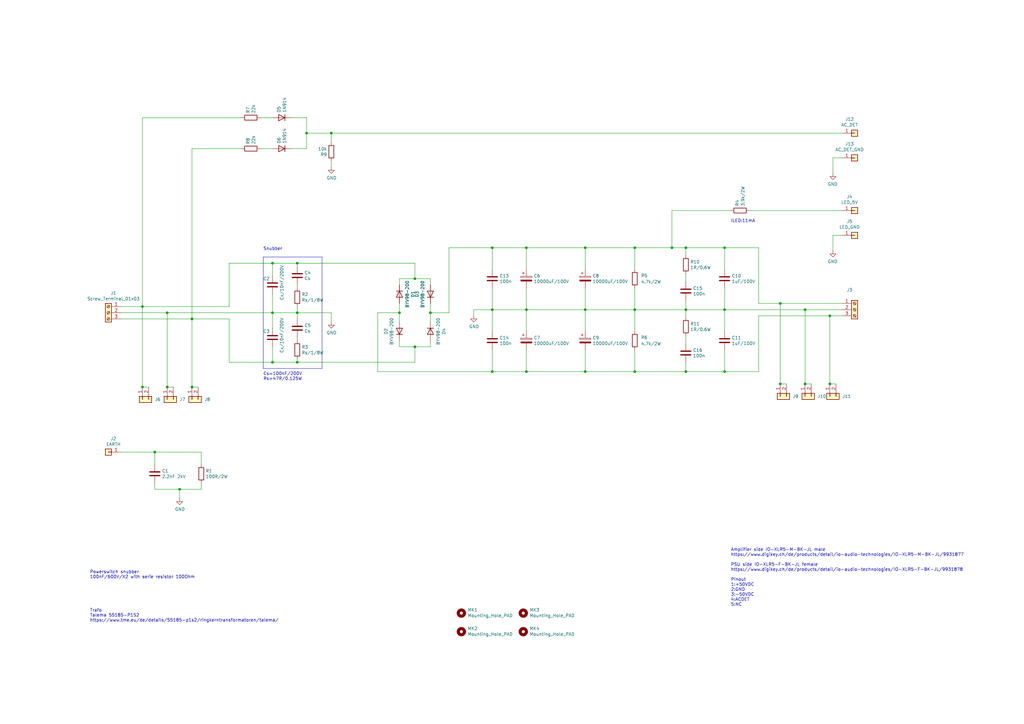
<source format=kicad_sch>
(kicad_sch (version 20230121) (generator eeschema)
  (paper "A3")
  (title_block (title "PSU for MOSFET Amp 80W") (date "2023-04-10") (rev "V6"))
  (lib_symbols
    (symbol "Connector:Screw_Terminal_01x03" (pin_names (offset 1.016) hide)
      (property "Reference" "J" (at 0 5.08 0))
      (property "Value" "Screw_Terminal_01x03" (at 0 -5.08 0))
      (symbol "Screw_Terminal_01x03_1_1"
        (rectangle (start -1.27 3.81) (end 1.27 -3.81) (stroke (width 0.254)) (fill (type background)))
        (circle (center 0 -2.54) (radius 0.635) (stroke (width 0.1524)))
        (polyline (pts (xy -0.5334 -2.2098) (xy 0.3302 -3.048)) (stroke (width 0.1524)))
        (polyline (pts (xy -0.5334 0.3302) (xy 0.3302 -0.508)) (stroke (width 0.1524)))
        (polyline (pts (xy -0.5334 2.8702) (xy 0.3302 2.032)) (stroke (width 0.1524)))
        (polyline (pts (xy -0.3556 -2.032) (xy 0.508 -2.8702)) (stroke (width 0.1524)))
        (polyline (pts (xy -0.3556 0.508) (xy 0.508 -0.3302)) (stroke (width 0.1524)))
        (polyline (pts (xy -0.3556 3.048) (xy 0.508 2.2098)) (stroke (width 0.1524)))
        (circle (center 0 0) (radius 0.635) (stroke (width 0.1524)))
        (circle (center 0 2.54) (radius 0.635) (stroke (width 0.1524)))
        (pin passive line (at -5.08 2.54 0) (length 3.81) (name "Pin_1") (number "1"))
        (pin passive line (at -5.08 0 0) (length 3.81) (name "Pin_2") (number "2"))
        (pin passive line (at -5.08 -2.54 0) (length 3.81) (name "Pin_3") (number "3"))
      )
    )
    (symbol "Connector_Generic:Conn_01x01" (pin_names (offset 1.016) hide)
      (property "Reference" "J" (at 0 2.54 0))
      (property "Value" "Conn_01x01" (at 0 -2.54 0))
      (symbol "Conn_01x01_1_1"
        (rectangle (start -1.27 0.127) (end 0 -0.127) (stroke (width 0.1524)))
        (rectangle (start -1.27 1.27) (end 1.27 -1.27) (stroke (width 0.254)) (fill (type background)))
        (pin passive line (at -5.08 0 0) (length 3.81) (name "Pin_1") (number "1"))
      )
    )
    (symbol "Connector_Generic:Conn_01x02" (pin_names (offset 1.016) hide)
      (property "Reference" "J" (at 0 2.54 0))
      (property "Value" "Conn_01x02" (at 0 -5.08 0))
      (symbol "Conn_01x02_1_1"
        (rectangle (start -1.27 -2.413) (end 0 -2.667) (stroke (width 0.1524)))
        (rectangle (start -1.27 0.127) (end 0 -0.127) (stroke (width 0.1524)))
        (rectangle (start -1.27 1.27) (end 1.27 -3.81) (stroke (width 0.254)) (fill (type background)))
        (pin passive line (at -5.08 0 0) (length 3.81) (name "Pin_1") (number "1"))
        (pin passive line (at -5.08 -2.54 0) (length 3.81) (name "Pin_2") (number "2"))
      )
    )
    (symbol "Device:C" (pin_numbers hide) (pin_names (offset 0.254))
      (property "Reference" "C" (at 0.635 2.54 0))
      (property "Value" "C" (at 0.635 -2.54 0))
      (symbol "C_0_1"
        (polyline (pts (xy -2.032 -0.762) (xy 2.032 -0.762)) (stroke (width 0.508)))
        (polyline (pts (xy -2.032 0.762) (xy 2.032 0.762)) (stroke (width 0.508)))
      )
      (symbol "C_1_1"
        (pin passive line (at 0 3.81 270) (length 2.794) (name "~") (number "1"))
        (pin passive line (at 0 -3.81 90) (length 2.794) (name "~") (number "2"))
      )
    )
    (symbol "Device:CP" (pin_numbers hide) (pin_names (offset 0.254))
      (property "Reference" "C" (at 0.635 2.54 0))
      (property "Value" "Device_CP" (at 0.635 -2.54 0))
      (symbol "CP_0_1"
        (rectangle (start -2.286 0.508) (end 2.286 1.016))
        (polyline (pts (xy -1.778 2.286) (xy -0.762 2.286)))
        (polyline (pts (xy -1.27 2.794) (xy -1.27 1.778)))
        (rectangle (start 2.286 -0.508) (end -2.286 -1.016) (fill (type outline)))
      )
      (symbol "CP_1_1"
        (pin passive line (at 0 3.81 270) (length 2.794) (name "~") (number "1"))
        (pin passive line (at 0 -3.81 90) (length 2.794) (name "~") (number "2"))
      )
    )
    (symbol "Device:D" (pin_numbers hide) (pin_names (offset 1.016) hide)
      (property "Reference" "D" (at 0 2.54 0))
      (property "Value" "D" (at 0 -2.54 0))
      (symbol "D_0_1"
        (polyline (pts (xy -1.27 1.27) (xy -1.27 -1.27)) (stroke (width 0.254)))
        (polyline (pts (xy 1.27 0) (xy -1.27 0)))
        (polyline (pts (xy 1.27 1.27) (xy 1.27 -1.27) (xy -1.27 0) (xy 1.27 1.27)) (stroke (width 0.254)))
      )
      (symbol "D_1_1"
        (pin passive line (at -3.81 0 0) (length 2.54) (name "K") (number "1"))
        (pin passive line (at 3.81 0 180) (length 2.54) (name "A") (number "2"))
      )
    )
    (symbol "Device:R" (pin_numbers hide) (pin_names (offset 0))
      (property "Reference" "R" (at 2.032 0 90))
      (property "Value" "R" (at 0 0 90))
      (symbol "R_0_1"
        (rectangle (start -1.016 -2.54) (end 1.016 2.54) (stroke (width 0.254)))
      )
      (symbol "R_1_1"
        (pin passive line (at 0 3.81 270) (length 1.27) (name "~") (number "1"))
        (pin passive line (at 0 -3.81 90) (length 1.27) (name "~") (number "2"))
      )
    )
    (symbol "Diode:1N4148" (pin_numbers hide) (pin_names (offset 1.016) hide)
      (property "Reference" "D" (at 0 2.54 0))
      (property "Value" "1N4148" (at 0 -2.54 0))
      (symbol "1N4148_0_1"
        (polyline (pts (xy -1.27 1.27) (xy -1.27 -1.27)) (stroke (width 0.254)))
        (polyline (pts (xy 1.27 0) (xy -1.27 0)))
        (polyline (pts (xy 1.27 1.27) (xy 1.27 -1.27) (xy -1.27 0) (xy 1.27 1.27)) (stroke (width 0.254)))
      )
      (symbol "1N4148_1_1"
        (pin passive line (at -3.81 0 0) (length 2.54) (name "K") (number "1"))
        (pin passive line (at 3.81 0 180) (length 2.54) (name "A") (number "2"))
      )
    )
    (symbol "Mechanical:MountingHole" (pin_names (offset 1.016))
      (property "Reference" "H" (at 0 5.08 0))
      (property "Value" "MountingHole" (at 0 3.175 0))
      (symbol "MountingHole_0_1"
        (circle (center 0 0) (radius 1.27) (stroke (width 1.27)))
      )
    )
    (symbol "power:GND" (power) (pin_names (offset 0))
      (property "Value" "GND" (at 0 -3.81 0))
      (symbol "GND_0_1"
        (polyline (pts (xy 0 0) (xy 0 -1.27) (xy 1.27 -1.27) (xy 0 -2.54) (xy -1.27 -1.27) (xy 0 -1.27)))
      )
      (symbol "GND_1_1"
        (pin power_in line (at 0 0 270) (length 0) hide (name "GND") (number "1"))
      )
    )
  )
  (junction (at 281.305 127))
  (junction (at 297.18 127))
  (junction (at 201.93 127))
  (junction (at 240.03 127))
  (junction (at 201.93 152.4))
  (junction (at 111.76 107.95))
  (junction (at 297.18 101.6))
  (junction (at 240.03 101.6))
  (junction (at 111.76 148.59))
  (junction (at 78.74 130.81))
  (junction (at 163.83 128.27))
  (junction (at 330.2 127))
  (junction (at 281.305 101.6))
  (junction (at 121.92 128.27))
  (junction (at 240.03 152.4))
  (junction (at 215.9 101.6))
  (junction (at 260.35 127))
  (junction (at 58.42 158.75))
  (junction (at 260.35 152.4))
  (junction (at 320.04 157.48))
  (junction (at 121.92 107.95))
  (junction (at 215.9 152.4))
  (junction (at 121.92 148.59))
  (junction (at 340.36 129.54))
  (junction (at 320.04 124.46))
  (junction (at 73.66 200.66))
  (junction (at 176.53 128.27))
  (junction (at 201.93 101.6))
  (junction (at 78.74 158.75))
  (junction (at 330.2 157.48))
  (junction (at 260.35 101.6))
  (junction (at 68.58 128.27))
  (junction (at 58.42 125.73))
  (junction (at 125.73 54.61))
  (junction (at 68.58 158.75))
  (junction (at 63.5 185.42))
  (junction (at 135.89 54.61))
  (junction (at 340.36 157.48))
  (junction (at 170.18 142.24))
  (junction (at 275.59 101.6))
  (junction (at 111.76 128.27))
  (junction (at 281.305 152.4))
  (junction (at 297.18 152.4))
  (junction (at 215.9 127))
  (junction (at 170.18 114.3))
  (wire (pts (xy 176.53 139.7) (xy 176.53 142.24)))
  (wire (pts (xy 82.55 200.66) (xy 73.66 200.66)))
  (wire (pts (xy 311.15 101.6) (xy 311.15 124.46)))
  (wire (pts (xy 176.53 124.46) (xy 176.53 128.27)))
  (wire (pts (xy 320.04 157.48) (xy 322.58 157.48)))
  (wire (pts (xy 201.93 152.4) (xy 215.9 152.4)))
  (wire (pts (xy 281.305 137.795) (xy 281.305 140.97)))
  (wire (pts (xy 154.94 128.27) (xy 154.94 152.4)))
  (wire (pts (xy 163.83 142.24) (xy 170.18 142.24)))
  (wire (pts (xy 73.66 204.47) (xy 73.66 200.66)))
  (wire (pts (xy 260.35 101.6) (xy 260.35 110.49)))
  (wire (pts (xy 240.03 127) (xy 240.03 118.11)))
  (wire (pts (xy 163.83 124.46) (xy 163.83 128.27)))
  (wire (pts (xy 106.68 60.96) (xy 111.76 60.96)))
  (wire (pts (xy 194.31 127) (xy 201.93 127)))
  (wire (pts (xy 135.89 132.08) (xy 135.89 128.27)))
  (wire (pts (xy 275.59 86.36) (xy 275.59 101.6)))
  (wire (pts (xy 163.83 114.3) (xy 170.18 114.3)))
  (wire (pts (xy 341.63 64.77) (xy 345.44 64.77)))
  (wire (pts (xy 184.15 101.6) (xy 201.93 101.6)))
  (wire (pts (xy 111.76 120.65) (xy 111.76 128.27)))
  (wire (pts (xy 281.305 101.6) (xy 297.18 101.6)))
  (wire (pts (xy 260.35 127) (xy 281.305 127)))
  (wire (pts (xy 215.9 127) (xy 215.9 118.11)))
  (wire (pts (xy 68.58 158.75) (xy 71.12 158.75)))
  (wire (pts (xy 93.98 148.59) (xy 111.76 148.59)))
  (wire (pts (xy 121.92 139.7) (xy 121.92 138.43)))
  (wire (pts (xy 311.15 129.54) (xy 340.36 129.54)))
  (wire (pts (xy 135.89 66.04) (xy 135.89 68.58)))
  (wire (pts (xy 93.98 107.95) (xy 111.76 107.95)))
  (wire (pts (xy 260.35 152.4) (xy 281.305 152.4)))
  (wire (pts (xy 58.42 48.26) (xy 58.42 125.73)))
  (wire (pts (xy 341.63 102.87) (xy 341.63 96.52)))
  (wire (pts (xy 215.9 127) (xy 215.9 135.89)))
  (wire (pts (xy 260.35 143.51) (xy 260.35 152.4)))
  (wire (pts (xy 320.04 124.46) (xy 320.04 157.48)))
  (wire (pts (xy 215.9 110.49) (xy 215.9 101.6)))
  (wire (pts (xy 297.18 152.4) (xy 311.15 152.4)))
  (wire (pts (xy 281.305 123.19) (xy 281.305 127)))
  (wire (pts (xy 63.5 185.42) (xy 49.53 185.42)))
  (wire (pts (xy 341.63 96.52) (xy 345.44 96.52)))
  (wire (pts (xy 111.76 134.62) (xy 111.76 128.27)))
  (wire (pts (xy 297.18 110.49) (xy 297.18 101.6)))
  (wire (pts (xy 281.305 152.4) (xy 297.18 152.4)))
  (wire (pts (xy 82.55 185.42) (xy 63.5 185.42)))
  (wire (pts (xy 215.9 152.4) (xy 240.03 152.4)))
  (wire (pts (xy 121.92 107.95) (xy 111.76 107.95)))
  (wire (pts (xy 281.305 101.6) (xy 281.305 104.775)))
  (wire (pts (xy 176.53 128.27) (xy 176.53 132.08)))
  (polyline (pts (xy 107.95 105.41) (xy 132.08 105.41)))
  (wire (pts (xy 201.93 127) (xy 201.93 135.89)))
  (wire (pts (xy 125.73 54.61) (xy 125.73 48.26)))
  (wire (pts (xy 340.36 157.48) (xy 342.9 157.48)))
  (wire (pts (xy 170.18 142.24) (xy 176.53 142.24)))
  (wire (pts (xy 78.74 130.81) (xy 93.98 130.81)))
  (wire (pts (xy 63.5 200.66) (xy 63.5 198.12)))
  (wire (pts (xy 311.15 124.46) (xy 320.04 124.46)))
  (wire (pts (xy 93.98 125.73) (xy 93.98 107.95)))
  (wire (pts (xy 93.98 130.81) (xy 93.98 148.59)))
  (wire (pts (xy 111.76 128.27) (xy 121.92 128.27)))
  (wire (pts (xy 176.53 114.3) (xy 176.53 116.84)))
  (wire (pts (xy 163.83 114.3) (xy 163.83 116.84)))
  (wire (pts (xy 260.35 118.11) (xy 260.35 127)))
  (wire (pts (xy 82.55 198.12) (xy 82.55 200.66)))
  (wire (pts (xy 163.83 142.24) (xy 163.83 139.7)))
  (wire (pts (xy 121.92 148.59) (xy 170.18 148.59)))
  (wire (pts (xy 330.2 127) (xy 330.2 157.48)))
  (wire (pts (xy 170.18 148.59) (xy 170.18 142.24)))
  (wire (pts (xy 111.76 142.24) (xy 111.76 148.59)))
  (wire (pts (xy 121.92 128.27) (xy 135.89 128.27)))
  (wire (pts (xy 320.04 124.46) (xy 345.44 124.46)))
  (wire (pts (xy 215.9 127) (xy 240.03 127)))
  (wire (pts (xy 201.93 101.6) (xy 215.9 101.6)))
  (wire (pts (xy 119.38 60.96) (xy 125.73 60.96)))
  (wire (pts (xy 49.53 130.81) (xy 78.74 130.81)))
  (wire (pts (xy 121.92 118.11) (xy 121.92 116.84)))
  (wire (pts (xy 201.93 127) (xy 215.9 127)))
  (wire (pts (xy 215.9 143.51) (xy 215.9 152.4)))
  (wire (pts (xy 201.93 101.6) (xy 201.93 110.49)))
  (wire (pts (xy 311.15 129.54) (xy 311.15 152.4)))
  (wire (pts (xy 240.03 110.49) (xy 240.03 101.6)))
  (wire (pts (xy 194.31 129.54) (xy 194.31 127)))
  (wire (pts (xy 281.305 148.59) (xy 281.305 152.4)))
  (wire (pts (xy 176.53 128.27) (xy 184.15 128.27)))
  (wire (pts (xy 275.59 101.6) (xy 281.305 101.6)))
  (wire (pts (xy 307.34 86.36) (xy 345.44 86.36)))
  (wire (pts (xy 125.73 54.61) (xy 125.73 60.96)))
  (wire (pts (xy 281.305 112.395) (xy 281.305 115.57)))
  (wire (pts (xy 281.305 127) (xy 297.18 127)))
  (polyline (pts (xy 132.08 105.41) (xy 132.08 151.13)))
  (wire (pts (xy 240.03 135.89) (xy 240.03 127)))
  (polyline (pts (xy 132.08 151.13) (xy 107.95 151.13)))
  (wire (pts (xy 63.5 185.42) (xy 63.5 190.5)))
  (wire (pts (xy 78.74 130.81) (xy 78.74 158.75)))
  (wire (pts (xy 297.18 127) (xy 330.2 127)))
  (wire (pts (xy 170.18 107.95) (xy 170.18 114.3)))
  (wire (pts (xy 215.9 101.6) (xy 240.03 101.6)))
  (wire (pts (xy 330.2 157.48) (xy 332.74 157.48)))
  (wire (pts (xy 49.53 128.27) (xy 68.58 128.27)))
  (wire (pts (xy 58.42 125.73) (xy 93.98 125.73)))
  (wire (pts (xy 281.305 127) (xy 281.305 130.175)))
  (wire (pts (xy 170.18 114.3) (xy 176.53 114.3)))
  (wire (pts (xy 260.35 127) (xy 260.35 135.89)))
  (wire (pts (xy 297.18 101.6) (xy 311.15 101.6)))
  (wire (pts (xy 341.63 71.12) (xy 341.63 64.77)))
  (wire (pts (xy 154.94 152.4) (xy 201.93 152.4)))
  (wire (pts (xy 49.53 125.73) (xy 58.42 125.73)))
  (wire (pts (xy 121.92 130.81) (xy 121.92 128.27)))
  (wire (pts (xy 184.15 101.6) (xy 184.15 128.27)))
  (wire (pts (xy 68.58 128.27) (xy 68.58 158.75)))
  (polyline (pts (xy 107.95 151.13) (xy 107.95 105.41)))
  (wire (pts (xy 297.18 143.51) (xy 297.18 152.4)))
  (wire (pts (xy 106.68 48.26) (xy 111.76 48.26)))
  (wire (pts (xy 297.18 127) (xy 297.18 135.89)))
  (wire (pts (xy 125.73 48.26) (xy 119.38 48.26)))
  (wire (pts (xy 82.55 190.5) (xy 82.55 185.42)))
  (wire (pts (xy 78.74 158.75) (xy 81.28 158.75)))
  (wire (pts (xy 240.03 152.4) (xy 240.03 143.51)))
  (wire (pts (xy 111.76 148.59) (xy 121.92 148.59)))
  (wire (pts (xy 58.42 125.73) (xy 58.42 158.75)))
  (wire (pts (xy 73.66 200.66) (xy 63.5 200.66)))
  (wire (pts (xy 163.83 128.27) (xy 163.83 132.08)))
  (wire (pts (xy 135.89 54.61) (xy 345.44 54.61)))
  (wire (pts (xy 111.76 113.03) (xy 111.76 107.95)))
  (wire (pts (xy 240.03 101.6) (xy 260.35 101.6)))
  (wire (pts (xy 99.06 48.26) (xy 58.42 48.26)))
  (wire (pts (xy 99.06 60.96) (xy 78.74 60.96)))
  (wire (pts (xy 240.03 152.4) (xy 260.35 152.4)))
  (wire (pts (xy 340.36 129.54) (xy 340.36 157.48)))
  (wire (pts (xy 121.92 109.22) (xy 121.92 107.95)))
  (wire (pts (xy 297.18 118.11) (xy 297.18 127)))
  (wire (pts (xy 68.58 128.27) (xy 111.76 128.27)))
  (wire (pts (xy 240.03 127) (xy 260.35 127)))
  (wire (pts (xy 58.42 158.75) (xy 60.96 158.75)))
  (wire (pts (xy 78.74 60.96) (xy 78.74 130.81)))
  (wire (pts (xy 135.89 54.61) (xy 135.89 58.42)))
  (wire (pts (xy 121.92 148.59) (xy 121.92 147.32)))
  (wire (pts (xy 121.92 107.95) (xy 170.18 107.95)))
  (wire (pts (xy 201.93 118.11) (xy 201.93 127)))
  (wire (pts (xy 260.35 101.6) (xy 275.59 101.6)))
  (wire (pts (xy 125.73 54.61) (xy 135.89 54.61)))
  (wire (pts (xy 121.92 128.27) (xy 121.92 125.73)))
  (wire (pts (xy 299.72 86.36) (xy 275.59 86.36)))
  (wire (pts (xy 330.2 127) (xy 345.44 127)))
  (wire (pts (xy 340.36 129.54) (xy 345.44 129.54)))
  (wire (pts (xy 201.93 143.51) (xy 201.93 152.4)))
  (wire (pts (xy 163.83 128.27) (xy 154.94 128.27)))
  (text "ILED:11mA" (at 299.72 91.44 0) (effects (font (size 1.27 1.27)) (justify left bottom)))
  (text "Snubber" (at 107.95 102.87 0) (effects (font (size 1.27 1.27)) (justify left bottom)))
  (text "Trafo\nTalema 55185-P1S2\nhttps://www.tme.eu/de/details/55185-p1s2/ringkerntransformatoren/talema/" (at 36.83 255.27 0) (effects (font (size 1.27 1.27)) (justify left bottom)))
  (text "Powerswitch snubber\n100nF/600V/X2 with serie resistor 100Ohm" (at 36.83 237.49 0) (effects (font (size 1.27 1.27)) (justify left bottom)))
  (text "Cs=100nF/200V\nRs=47R/0.125W" (at 107.95 156.21 0) (effects (font (size 1.27 1.27)) (justify left bottom)))
  (text "Amplifier side IO-XLR5-M-BK-JL male\nhttps://www.digikey.ch/de/products/detail/io-audio-technologies/IO-XLR5-M-BK-JL/9931877\n\nPSU side IO-XLR5-F-BK-JL female\nhttps://www.digikey.ch/de/products/detail/io-audio-technologies/IO-XLR5-F-BK-JL/9931878\n\nPinout\n1:+50VDC\n2:GND\n3:-50VDC\n4:ACDET\n5:NC\n\n" (at 299.72 250.825 0) (effects (font (size 1.27 1.27)) (justify left bottom)))
  (symbol (lib_id "power:GND") (at 135.89 132.08 0) (unit 1)
    (property "Reference" "#PWR0101" (effects hide))
    (property "Value" "GND" (at 136.017 136.4742 0))
  )
  (symbol (lib_id "Device:C") (at 111.76 116.84 0) (unit 1)
    (property "Reference" "C2" (at 107.95 114.3 0) (effects (justify left)))
    (property "Value" "Cx/10nF/200V" (at 115.57 123.19 90) (effects (justify left)))
    (property "Footprint" "Capacitor_SMD:C_0805_2012Metric_Pad1.18x1.45mm_HandSolder" (effects hide))
  )
  (symbol (lib_id "Device:C") (at 111.76 138.43 0) (unit 1)
    (property "Reference" "C3" (at 107.95 135.89 0) (effects (justify left)))
    (property "Value" "Cx/10nF/200V" (at 115.57 144.78 90) (effects (justify left)))
    (property "Footprint" "Capacitor_SMD:C_0805_2012Metric_Pad1.18x1.45mm_HandSolder" (effects hide))
  )
  (symbol (lib_id "Device:C") (at 121.92 113.03 0) (unit 1)
    (property "Reference" "C4" (at 124.841 111.8616 0) (effects (justify left)))
    (property "Value" "Cs" (at 124.841 114.173 0) (effects (justify left)))
    (property "Footprint" "Capacitor_SMD:C_1206_3216Metric_Pad1.33x1.80mm_HandSolder" (effects hide))
  )
  (symbol (lib_id "Device:R") (at 121.92 121.92 0) (unit 1)
    (property "Reference" "R2" (at 123.698 120.7516 0) (effects (justify left)))
    (property "Value" "Rs/1/8W" (at 123.698 123.063 0) (effects (justify left)))
    (property "Footprint" "Resistor_SMD:R_0805_2012Metric_Pad1.20x1.40mm_HandSolder" (effects hide))
  )
  (symbol (lib_id "Device:C") (at 121.92 134.62 0) (unit 1)
    (property "Reference" "C5" (at 124.841 133.4516 0) (effects (justify left)))
    (property "Value" "Cs" (at 124.841 135.763 0) (effects (justify left)))
    (property "Footprint" "Capacitor_SMD:C_1206_3216Metric_Pad1.33x1.80mm_HandSolder" (effects hide))
  )
  (symbol (lib_id "Device:R") (at 121.92 143.51 0) (unit 1)
    (property "Reference" "R3" (at 123.698 142.3416 0) (effects (justify left)))
    (property "Value" "Rs/1/8W" (at 123.698 144.653 0) (effects (justify left)))
    (property "Footprint" "Resistor_SMD:R_0805_2012Metric_Pad1.20x1.40mm_HandSolder" (effects hide))
  )
  (symbol (lib_id "Device:C") (at 297.18 114.3 0) (unit 1)
    (property "Reference" "C10" (at 300.101 113.1316 0) (effects (justify left)))
    (property "Value" "1uF/100V" (at 300.101 115.443 0) (effects (justify left)))
    (property "Footprint" "Capacitor_THT:C_Rect_L18.0mm_W5.0mm_P15.00mm_FKS3_FKP3" (effects hide))
  )
  (symbol (lib_id "Device:C") (at 297.18 139.7 0) (unit 1)
    (property "Reference" "C11" (at 300.101 138.5316 0) (effects (justify left)))
    (property "Value" "1uF/100V" (at 300.101 140.843 0) (effects (justify left)))
    (property "Footprint" "Capacitor_THT:C_Rect_L18.0mm_W5.0mm_P15.00mm_FKS3_FKP3" (effects hide))
  )
  (symbol (lib_id "Mechanical:MountingHole") (at 189.23 251.46 0) (unit 1)
    (property "Reference" "MK1" (at 191.77 250.1646 0) (effects (justify left)))
    (property "Value" "Mounting_Hole_PAD" (at 191.77 252.476 0) (effects (justify left)))
    (property "Footprint" "MountingHole:MountingHole_3.2mm_M3" (effects hide))
  )
  (symbol (lib_id "Mechanical:MountingHole") (at 189.23 259.08 0) (unit 1)
    (property "Reference" "MK2" (at 191.77 257.7846 0) (effects (justify left)))
    (property "Value" "Mounting_Hole_PAD" (at 191.77 260.096 0) (effects (justify left)))
    (property "Footprint" "MountingHole:MountingHole_3.2mm_M3" (effects hide))
  )
  (symbol (lib_id "Mechanical:MountingHole") (at 214.63 251.46 0) (unit 1)
    (property "Reference" "MK3" (at 217.17 250.1646 0) (effects (justify left)))
    (property "Value" "Mounting_Hole_PAD" (at 217.17 252.476 0) (effects (justify left)))
    (property "Footprint" "MountingHole:MountingHole_3.2mm_M3" (effects hide))
  )
  (symbol (lib_id "Mechanical:MountingHole") (at 214.63 259.08 0) (unit 1)
    (property "Reference" "MK4" (at 217.17 257.7846 0) (effects (justify left)))
    (property "Value" "Mounting_Hole_PAD" (at 217.17 260.096 0) (effects (justify left)))
    (property "Footprint" "MountingHole:MountingHole_3.2mm_M3" (effects hide))
  )
  (symbol (lib_id "Device:CP") (at 215.9 139.7 0) (unit 1)
    (property "Reference" "C7" (at 218.8972 138.5316 0) (effects (justify left)))
    (property "Value" "10000uF/100V" (at 218.8972 140.843 0) (effects (justify left)))
    (property "Footprint" "Capacitor_THT:CP_Radial_D40.0mm_P10.00mm_SnapIn" (effects hide))
  )
  (symbol (lib_id "power:GND") (at 194.31 129.54 0) (unit 1)
    (property "Reference" "#PWR0102" (effects hide))
    (property "Value" "GND" (at 194.437 133.9342 0))
  )
  (symbol (lib_id "Device:D") (at 163.83 120.65 270) (unit 1)
    (property "Reference" "D1" (at 169.3418 120.65 0))
    (property "Value" "BYV98-200" (at 167.0304 120.65 0))
    (property "Footprint" "kicad-snk:SOD64-10" (effects hide))
  )
  (symbol (lib_id "Device:D") (at 163.83 135.89 90) (unit 1)
    (property "Reference" "D2" (at 158.3182 135.89 0))
    (property "Value" "BYV98-200" (at 160.6296 135.89 0))
    (property "Footprint" "kicad-snk:SOD64-10" (effects hide))
  )
  (symbol (lib_id "Device:D") (at 176.53 120.65 90) (unit 1)
    (property "Reference" "D3" (at 171.0182 120.65 0))
    (property "Value" "BYV98-200" (at 173.3296 120.65 0))
    (property "Footprint" "kicad-snk:SOD64-10" (effects hide))
  )
  (symbol (lib_id "Device:D") (at 176.53 135.89 270) (unit 1)
    (property "Reference" "D4" (at 182.0418 135.89 0))
    (property "Value" "BYV98-200" (at 179.7304 135.89 0))
    (property "Footprint" "kicad-snk:SOD64-10" (effects hide))
  )
  (symbol (lib_id "Device:CP") (at 215.9 114.3 0) (unit 1)
    (property "Reference" "C6" (at 218.8972 113.1316 0) (effects (justify left)))
    (property "Value" "10000uF/100V" (at 218.8972 115.443 0) (effects (justify left)))
    (property "Footprint" "Capacitor_THT:CP_Radial_D40.0mm_P10.00mm_SnapIn" (effects hide))
  )
  (symbol (lib_id "Device:CP") (at 240.03 114.3 0) (unit 1)
    (property "Reference" "C8" (at 243.0272 113.1316 0) (effects (justify left)))
    (property "Value" "10000uF/100V" (at 243.0272 115.443 0) (effects (justify left)))
    (property "Footprint" "Capacitor_THT:CP_Radial_D40.0mm_P10.00mm_SnapIn" (effects hide))
  )
  (symbol (lib_id "Device:CP") (at 240.03 139.7 0) (unit 1)
    (property "Reference" "C9" (at 243.0272 138.5316 0) (effects (justify left)))
    (property "Value" "10000uF/100V" (at 243.0272 140.843 0) (effects (justify left)))
    (property "Footprint" "Capacitor_THT:CP_Radial_D40.0mm_P10.00mm_SnapIn" (effects hide))
  )
  (symbol (lib_id "Connector:Screw_Terminal_01x03") (at 44.45 128.27 0) (mirror y) (unit 1)
    (property "Reference" "J1" (at 46.5328 120.2182 0))
    (property "Value" "Screw_Terminal_01x03" (at 46.5328 122.5296 0))
    (property "Footprint" "TerminalBlock_RND:TerminalBlock_RND_205-00013_1x03_P5.00mm_Horizontal" (effects hide))
  )
  (symbol (lib_id "power:GND") (at 73.66 204.47 0) (unit 1)
    (property "Reference" "#PWR0103" (effects hide))
    (property "Value" "GND" (at 73.787 208.8642 0))
  )
  (symbol (lib_id "Connector:Screw_Terminal_01x03") (at 350.52 127 0) (unit 1)
    (property "Reference" "J3" (at 348.4372 118.9482 0))
    (property "Value" "Screw_Terminal_01x03" (effects hide))
    (property "Footprint" "TerminalBlock_RND:TerminalBlock_RND_205-00013_1x03_P5.00mm_Horizontal" (effects hide))
  )
  (symbol (lib_id "Device:C") (at 63.5 194.31 0) (unit 1)
    (property "Reference" "C1" (at 66.421 193.1416 0) (effects (justify left)))
    (property "Value" "2.2nF 2kV" (at 66.421 195.453 0) (effects (justify left)))
    (property "Footprint" "Capacitor_THT:C_Rect_L18.0mm_W5.0mm_P15.00mm_FKS3_FKP3" (effects hide))
  )
  (symbol (lib_id "Device:R") (at 82.55 194.31 0) (unit 1)
    (property "Reference" "R1" (at 84.328 193.1416 0) (effects (justify left)))
    (property "Value" "100R/2W" (at 84.328 195.453 0) (effects (justify left)))
    (property "Footprint" "Resistor_THT:R_Axial_DIN0414_L11.9mm_D4.5mm_P15.24mm_Horizontal" (effects hide))
  )
  (symbol (lib_id "Connector_Generic:Conn_01x01") (at 44.45 185.42 0) (mirror y) (unit 1)
    (property "Reference" "J2" (at 46.5328 179.9082 0))
    (property "Value" "EARTH" (at 46.5328 182.2196 0))
    (property "Footprint" "Connector_Pin:Pin_D1.3mm_L11.0mm" (effects hide))
  )
  (symbol (lib_id "Device:R") (at 102.87 60.96 90) (unit 1)
    (property "Reference" "R8" (at 101.7016 59.182 0) (effects (justify left)))
    (property "Value" "22k" (at 104.013 59.182 0) (effects (justify left)))
    (property "Footprint" "Resistor_SMD:R_0805_2012Metric_Pad1.20x1.40mm_HandSolder" (effects hide))
  )
  (symbol (lib_id "Device:R") (at 135.89 62.23 180) (unit 1)
    (property "Reference" "R9" (at 134.112 63.3984 0) (effects (justify left)))
    (property "Value" "10k" (at 134.112 61.087 0) (effects (justify left)))
    (property "Footprint" "Resistor_SMD:R_0805_2012Metric_Pad1.20x1.40mm_HandSolder" (effects hide))
  )
  (symbol (lib_id "Diode:1N4148") (at 115.57 60.96 180) (unit 1)
    (property "Reference" "D6" (at 114.4016 58.928 90) (effects (justify right)))
    (property "Value" "1N914" (at 116.713 58.928 90) (effects (justify right)))
    (property "Footprint" "Diode_SMD:D_SOD-123" (effects hide))
    (property "Datasheet" "https://assets.nexperia.com/documents/data-sheet/1N4148_1N4448.pdf" (effects hide))
  )
  (symbol (lib_id "Device:R") (at 260.35 139.7 0) (unit 1)
    (property "Reference" "R6" (at 262.89 138.4299 0) (effects (justify left)))
    (property "Value" "4.7k/2W" (at 262.89 140.9699 0) (effects (justify left)))
    (property "Footprint" "Resistor_THT:R_Axial_DIN0414_L11.9mm_D4.5mm_P20.32mm_Horizontal" (effects hide))
  )
  (symbol (lib_id "Connector_Generic:Conn_01x02") (at 320.04 162.56 90) (mirror x) (unit 1)
    (property "Reference" "J9" (at 325.12 162.5599 90) (effects (justify right)))
    (property "Value" "Conn_01x02" (effects hide))
    (property "Footprint" "kicad-snk:TE_62409-1" (effects hide))
  )
  (symbol (lib_id "Connector_Generic:Conn_01x02") (at 78.74 163.83 90) (mirror x) (unit 1)
    (property "Reference" "J8" (at 83.82 163.8299 90) (effects (justify right)))
    (property "Value" "Conn_01x02" (effects hide))
    (property "Footprint" "kicad-snk:TE_62409-1" (effects hide))
  )
  (symbol (lib_id "Connector_Generic:Conn_01x02") (at 340.36 162.56 90) (mirror x) (unit 1)
    (property "Reference" "J11" (at 345.44 162.5599 90) (effects (justify right)))
    (property "Value" "Conn_01x02" (effects hide))
    (property "Footprint" "kicad-snk:TE_62409-1" (effects hide))
  )
  (symbol (lib_id "power:GND") (at 341.63 71.12 0) (mirror y) (unit 1)
    (property "Reference" "#PWR0106" (effects hide))
    (property "Value" "GND" (at 341.503 75.5142 0))
  )
  (symbol (lib_id "Connector_Generic:Conn_01x02") (at 58.42 163.83 90) (mirror x) (unit 1)
    (property "Reference" "J6" (at 63.5 163.8299 90) (effects (justify right)))
    (property "Value" "Conn_01x02" (effects hide))
    (property "Footprint" "kicad-snk:TE_62409-1" (effects hide))
  )
  (symbol (lib_id "Device:R") (at 260.35 114.3 0) (unit 1)
    (property "Reference" "R5" (at 262.89 113.0299 0) (effects (justify left)))
    (property "Value" "4.7k/2W" (at 262.89 115.5699 0) (effects (justify left)))
    (property "Footprint" "Resistor_THT:R_Axial_DIN0414_L11.9mm_D4.5mm_P20.32mm_Horizontal" (effects hide))
  )
  (symbol (lib_id "Device:R") (at 281.305 133.985 0) (unit 1)
    (property "Reference" "R11" (at 283.083 132.8166 0) (effects (justify left)))
    (property "Value" "1R/0.6W" (at 283.083 135.128 0) (effects (justify left)))
    (property "Footprint" "Resistor_THT:R_Axial_DIN0207_L6.3mm_D2.5mm_P10.16mm_Horizontal" (effects hide))
  )
  (symbol (lib_id "Device:R") (at 102.87 48.26 90) (unit 1)
    (property "Reference" "R7" (at 101.7016 46.482 0) (effects (justify left)))
    (property "Value" "22k" (at 104.013 46.482 0) (effects (justify left)))
    (property "Footprint" "Resistor_SMD:R_0805_2012Metric_Pad1.20x1.40mm_HandSolder" (effects hide))
  )
  (symbol (lib_id "Device:C") (at 201.93 139.7 0) (unit 1)
    (property "Reference" "C14" (at 204.851 138.5316 0) (effects (justify left)))
    (property "Value" "100n" (at 204.851 140.843 0) (effects (justify left)))
    (property "Footprint" "Capacitor_THT:C_Rect_L7.2mm_W2.5mm_P5.00mm_FKS2_FKP2_MKS2_MKP2" (effects hide))
  )
  (symbol (lib_id "Device:R") (at 281.305 108.585 0) (unit 1)
    (property "Reference" "R10" (at 283.083 107.4166 0) (effects (justify left)))
    (property "Value" "1R/0.6W" (at 283.083 109.728 0) (effects (justify left)))
    (property "Footprint" "Resistor_THT:R_Axial_DIN0207_L6.3mm_D2.5mm_P10.16mm_Horizontal" (effects hide))
  )
  (symbol (lib_id "power:GND") (at 135.89 68.58 0) (unit 1)
    (property "Reference" "#PWR0105" (effects hide))
    (property "Value" "GND" (at 136.017 72.9742 0))
  )
  (symbol (lib_id "Device:C") (at 281.305 144.78 0) (unit 1)
    (property "Reference" "C16" (at 284.226 143.6116 0) (effects (justify left)))
    (property "Value" "100n" (at 284.226 145.923 0) (effects (justify left)))
    (property "Footprint" "Capacitor_THT:C_Rect_L7.2mm_W2.5mm_P5.00mm_FKS2_FKP2_MKS2_MKP2" (effects hide))
  )
  (symbol (lib_id "Connector_Generic:Conn_01x02") (at 330.2 162.56 90) (mirror x) (unit 1)
    (property "Reference" "J10" (at 335.28 162.5599 90) (effects (justify right)))
    (property "Value" "Conn_01x02" (effects hide))
    (property "Footprint" "kicad-snk:TE_62409-1" (effects hide))
  )
  (symbol (lib_id "Connector_Generic:Conn_01x01") (at 350.52 64.77 0) (mirror x) (unit 1)
    (property "Reference" "J13" (at 348.4372 59.055 0))
    (property "Value" "AC_DET_GND" (at 348.4372 61.3664 0))
    (property "Footprint" "Connector_Pin:Pin_D1.0mm_L10.0mm" (effects hide))
  )
  (symbol (lib_id "Diode:1N4148") (at 115.57 48.26 180) (unit 1)
    (property "Reference" "D5" (at 114.4016 46.228 90) (effects (justify right)))
    (property "Value" "1N914" (at 116.713 46.228 90) (effects (justify right)))
    (property "Footprint" "Diode_SMD:D_SOD-123" (effects hide))
    (property "Datasheet" "https://assets.nexperia.com/documents/data-sheet/1N4148_1N4448.pdf" (effects hide))
  )
  (symbol (lib_id "Connector_Generic:Conn_01x01") (at 350.52 96.52 0) (mirror x) (unit 1)
    (property "Reference" "J5" (at 348.4372 90.805 0))
    (property "Value" "LED_GND" (at 348.4372 93.1164 0))
    (property "Footprint" "Connector_Pin:Pin_D1.0mm_L10.0mm" (effects hide))
  )
  (symbol (lib_id "Connector_Generic:Conn_01x01") (at 350.52 86.36 0) (mirror x) (unit 1)
    (property "Reference" "J4" (at 348.4372 80.645 0))
    (property "Value" "LED_5V" (at 348.4372 82.9564 0))
    (property "Footprint" "Connector_Pin:Pin_D1.0mm_L10.0mm" (effects hide))
  )
  (symbol (lib_id "Connector_Generic:Conn_01x01") (at 350.52 54.61 0) (mirror x) (unit 1)
    (property "Reference" "J12" (at 348.4372 48.895 0))
    (property "Value" "AC_DET" (at 348.4372 51.2064 0))
    (property "Footprint" "Connector_Pin:Pin_D1.0mm_L10.0mm" (effects hide))
  )
  (symbol (lib_id "power:GND") (at 341.63 102.87 0) (mirror y) (unit 1)
    (property "Reference" "#PWR0104" (effects hide))
    (property "Value" "GND" (at 341.503 107.2642 0))
  )
  (symbol (lib_id "Device:R") (at 303.53 86.36 90) (unit 1)
    (property "Reference" "R4" (at 302.3616 84.582 0) (effects (justify left)))
    (property "Value" "3.9k/2W" (at 304.673 84.582 0) (effects (justify left)))
    (property "Footprint" "Resistor_THT:R_Axial_DIN0414_L11.9mm_D4.5mm_P20.32mm_Horizontal" (effects hide))
  )
  (symbol (lib_id "Connector_Generic:Conn_01x02") (at 68.58 163.83 90) (mirror x) (unit 1)
    (property "Reference" "J7" (at 73.66 163.8299 90) (effects (justify right)))
    (property "Value" "Conn_01x02" (effects hide))
    (property "Footprint" "kicad-snk:TE_62409-1" (effects hide))
  )
  (symbol (lib_id "Device:C") (at 201.93 114.3 0) (unit 1)
    (property "Reference" "C13" (at 204.851 113.1316 0) (effects (justify left)))
    (property "Value" "100n" (at 204.851 115.443 0) (effects (justify left)))
    (property "Footprint" "Capacitor_THT:C_Rect_L7.2mm_W2.5mm_P5.00mm_FKS2_FKP2_MKS2_MKP2" (effects hide))
  )
  (symbol (lib_id "Device:C") (at 281.305 119.38 0) (unit 1)
    (property "Reference" "C15" (at 284.226 118.2116 0) (effects (justify left)))
    (property "Value" "100n" (at 284.226 120.523 0) (effects (justify left)))
    (property "Footprint" "Capacitor_THT:C_Rect_L7.2mm_W2.5mm_P5.00mm_FKS2_FKP2_MKS2_MKP2" (effects hide))
  )
)
</source>
